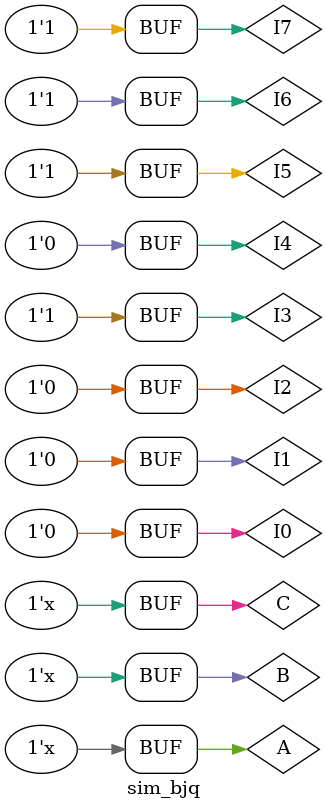
<source format=v>
`timescale 1ns / 1ps


module sim_bjq();
reg A,B,C,I0,I1,I2,I3,I4,I5,I6,I7;
wire F;
bjq bjq3(A,B,C,I0,I1,I2,I3,I4,I5,I6,I7,F);
initial
    begin
        A=0;B=0;C=0;
        I0=0;I1=0;I2=0;I4=0;
        I3=1;I5=1;I6=1;I7=1;
    end
always #10 {A,B,C}={A,B,C}+1;
endmodule
</source>
